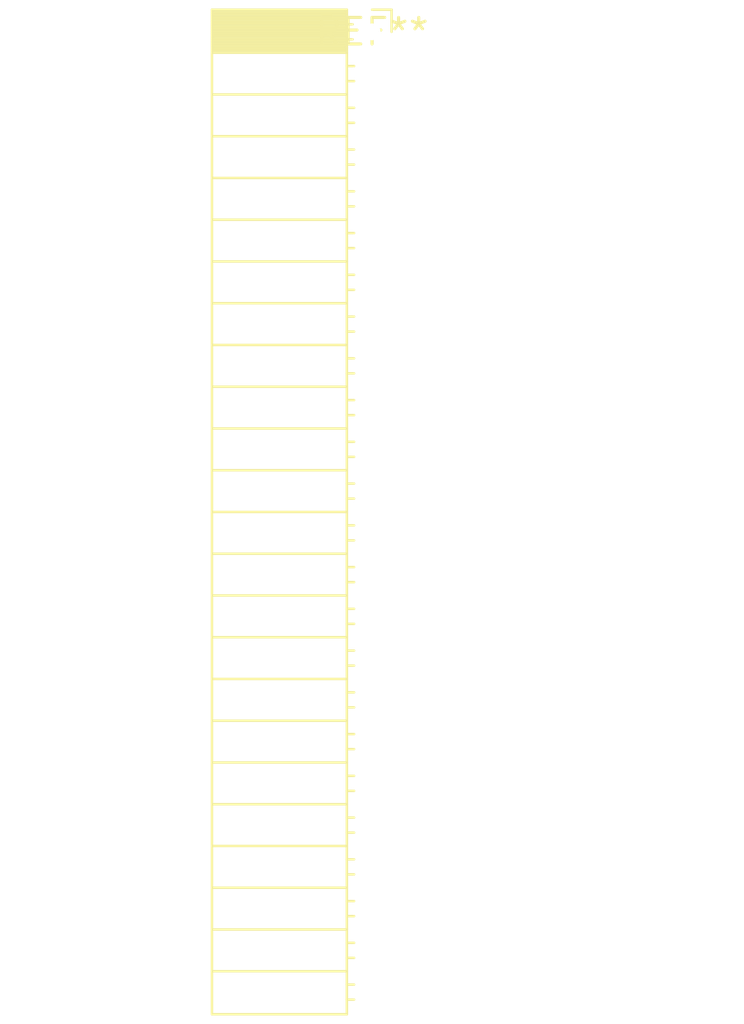
<source format=kicad_pcb>
(kicad_pcb (version 20240108) (generator pcbnew)
  (layers (0 "F.Cu" signal) (31 "B.Cu" signal) (34 "B.Paste" user) (35 "F.Paste" user) (36 "B.SilkS" user "B.Silkscreen") (37 "F.SilkS" user "F.Silkscreen") (38 "B.Mask" user) (39 "F.Mask" user) (44 "Edge.Cuts" user))
  (net 0 "")
  (footprint "PinSocket_1x24_P2.00mm_Horizontal" (layer "F.Cu") (at 0 0)
    (property "Reference" "REF**")
    (property "Value" "PinSocket_1x24_P2.00mm_Horizontal")
    (fp_line (start -7.68 -1.06) (end -7.68 47.06) (layer "F.SilkS") (stroke (width 0.12)))
    (fp_line (start -7.68 -1.06) (end -1.21 -1.06) (layer "F.SilkS") (stroke (width 0.12)))
    (fp_line (start -7.68 -0.94) (end -1.21 -0.94) (layer "F.SilkS") (stroke (width 0.12)))
    (fp_line (start -7.68 -0.825882) (end -1.21 -0.825882) (layer "F.SilkS") (stroke (width 0.12)))
    (fp_line (start -7.68 -0.711764) (end -1.21 -0.711764) (layer "F.SilkS") (stroke (width 0.12)))
    (fp_line (start -7.68 -0.597646) (end -1.21 -0.597646) (layer "F.SilkS") (stroke (width 0.12)))
    (fp_line (start -7.68 -0.483528) (end -1.21 -0.483528) (layer "F.SilkS") (stroke (width 0.12)))
    (fp_line (start -7.68 -0.36941) (end -1.21 -0.36941) (layer "F.SilkS") (stroke (width 0.12)))
    (fp_line (start -7.68 -0.255292) (end -1.21 -0.255292) (layer "F.SilkS") (stroke (width 0.12)))
    (fp_line (start -7.68 -0.141174) (end -1.21 -0.141174) (layer "F.SilkS") (stroke (width 0.12)))
    (fp_line (start -7.68 -0.027056) (end -1.21 -0.027056) (layer "F.SilkS") (stroke (width 0.12)))
    (fp_line (start -7.68 0.087062) (end -1.21 0.087062) (layer "F.SilkS") (stroke (width 0.12)))
    (fp_line (start -7.68 0.20118) (end -1.21 0.20118) (layer "F.SilkS") (stroke (width 0.12)))
    (fp_line (start -7.68 0.315298) (end -1.21 0.315298) (layer "F.SilkS") (stroke (width 0.12)))
    (fp_line (start -7.68 0.429416) (end -1.21 0.429416) (layer "F.SilkS") (stroke (width 0.12)))
    (fp_line (start -7.68 0.543534) (end -1.21 0.543534) (layer "F.SilkS") (stroke (width 0.12)))
    (fp_line (start -7.68 0.657652) (end -1.21 0.657652) (layer "F.SilkS") (stroke (width 0.12)))
    (fp_line (start -7.68 0.77177) (end -1.21 0.77177) (layer "F.SilkS") (stroke (width 0.12)))
    (fp_line (start -7.68 0.885888) (end -1.21 0.885888) (layer "F.SilkS") (stroke (width 0.12)))
    (fp_line (start -7.68 1) (end -1.21 1) (layer "F.SilkS") (stroke (width 0.12)))
    (fp_line (start -7.68 3) (end -1.21 3) (layer "F.SilkS") (stroke (width 0.12)))
    (fp_line (start -7.68 5) (end -1.21 5) (layer "F.SilkS") (stroke (width 0.12)))
    (fp_line (start -7.68 7) (end -1.21 7) (layer "F.SilkS") (stroke (width 0.12)))
    (fp_line (start -7.68 9) (end -1.21 9) (layer "F.SilkS") (stroke (width 0.12)))
    (fp_line (start -7.68 11) (end -1.21 11) (layer "F.SilkS") (stroke (width 0.12)))
    (fp_line (start -7.68 13) (end -1.21 13) (layer "F.SilkS") (stroke (width 0.12)))
    (fp_line (start -7.68 15) (end -1.21 15) (layer "F.SilkS") (stroke (width 0.12)))
    (fp_line (start -7.68 17) (end -1.21 17) (layer "F.SilkS") (stroke (width 0.12)))
    (fp_line (start -7.68 19) (end -1.21 19) (layer "F.SilkS") (stroke (width 0.12)))
    (fp_line (start -7.68 21) (end -1.21 21) (layer "F.SilkS") (stroke (width 0.12)))
    (fp_line (start -7.68 23) (end -1.21 23) (layer "F.SilkS") (stroke (width 0.12)))
    (fp_line (start -7.68 25) (end -1.21 25) (layer "F.SilkS") (stroke (width 0.12)))
    (fp_line (start -7.68 27) (end -1.21 27) (layer "F.SilkS") (stroke (width 0.12)))
    (fp_line (start -7.68 29) (end -1.21 29) (layer "F.SilkS") (stroke (width 0.12)))
    (fp_line (start -7.68 31) (end -1.21 31) (layer "F.SilkS") (stroke (width 0.12)))
    (fp_line (start -7.68 33) (end -1.21 33) (layer "F.SilkS") (stroke (width 0.12)))
    (fp_line (start -7.68 35) (end -1.21 35) (layer "F.SilkS") (stroke (width 0.12)))
    (fp_line (start -7.68 37) (end -1.21 37) (layer "F.SilkS") (stroke (width 0.12)))
    (fp_line (start -7.68 39) (end -1.21 39) (layer "F.SilkS") (stroke (width 0.12)))
    (fp_line (start -7.68 41) (end -1.21 41) (layer "F.SilkS") (stroke (width 0.12)))
    (fp_line (start -7.68 43) (end -1.21 43) (layer "F.SilkS") (stroke (width 0.12)))
    (fp_line (start -7.68 45) (end -1.21 45) (layer "F.SilkS") (stroke (width 0.12)))
    (fp_line (start -7.68 47.06) (end -1.21 47.06) (layer "F.SilkS") (stroke (width 0.12)))
    (fp_line (start -1.21 -1.06) (end -1.21 47.06) (layer "F.SilkS") (stroke (width 0.12)))
    (fp_line (start -1.21 -0.36) (end -0.935 -0.36) (layer "F.SilkS") (stroke (width 0.12)))
    (fp_line (start -1.21 0.36) (end -0.935 0.36) (layer "F.SilkS") (stroke (width 0.12)))
    (fp_line (start -1.21 1.64) (end -0.862917 1.64) (layer "F.SilkS") (stroke (width 0.12)))
    (fp_line (start -1.21 2.36) (end -0.862917 2.36) (layer "F.SilkS") (stroke (width 0.12)))
    (fp_line (start -1.21 3.64) (end -0.862917 3.64) (layer "F.SilkS") (stroke (width 0.12)))
    (fp_line (start -1.21 4.36) (end -0.862917 4.36) (layer "F.SilkS") (stroke (width 0.12)))
    (fp_line (start -1.21 5.64) (end -0.862917 5.64) (layer "F.SilkS") (stroke (width 0.12)))
    (fp_line (start -1.21 6.36) (end -0.862917 6.36) (layer "F.SilkS") (stroke (width 0.12)))
    (fp_line (start -1.21 7.64) (end -0.862917 7.64) (layer "F.SilkS") (stroke (width 0.12)))
    (fp_line (start -1.21 8.36) (end -0.862917 8.36) (layer "F.SilkS") (stroke (width 0.12)))
    (fp_line (start -1.21 9.64) (end -0.862917 9.64) (layer "F.SilkS") (stroke (width 0.12)))
    (fp_line (start -1.21 10.36) (end -0.862917 10.36) (layer "F.SilkS") (stroke (width 0.12)))
    (fp_line (start -1.21 11.64) (end -0.862917 11.64) (layer "F.SilkS") (stroke (width 0.12)))
    (fp_line (start -1.21 12.36) (end -0.862917 12.36) (layer "F.SilkS") (stroke (width 0.12)))
    (fp_line (start -1.21 13.64) (end -0.862917 13.64) (layer "F.SilkS") (stroke (width 0.12)))
    (fp_line (start -1.21 14.36) (end -0.862917 14.36) (layer "F.SilkS") (stroke (width 0.12)))
    (fp_line (start -1.21 15.64) (end -0.862917 15.64) (layer "F.SilkS") (stroke (width 0.12)))
    (fp_line (start -1.21 16.36) (end -0.862917 16.36) (layer "F.SilkS") (stroke (width 0.12)))
    (fp_line (start -1.21 17.64) (end -0.862917 17.64) (layer "F.SilkS") (stroke (width 0.12)))
    (fp_line (start -1.21 18.36) (end -0.862917 18.36) (layer "F.SilkS") (stroke (width 0.12)))
    (fp_line (start -1.21 19.64) (end -0.862917 19.64) (layer "F.SilkS") (stroke (width 0.12)))
    (fp_line (start -1.21 20.36) (end -0.862917 20.36) (layer "F.SilkS") (stroke (width 0.12)))
    (fp_line (start -1.21 21.64) (end -0.862917 21.64) (layer "F.SilkS") (stroke (width 0.12)))
    (fp_line (start -1.21 22.36) (end -0.862917 22.36) (layer "F.SilkS") (stroke (width 0.12)))
    (fp_line (start -1.21 23.64) (end -0.862917 23.64) (layer "F.SilkS") (stroke (width 0.12)))
    (fp_line (start -1.21 24.36) (end -0.862917 24.36) (layer "F.SilkS") (stroke (width 0.12)))
    (fp_line (start -1.21 25.64) (end -0.862917 25.64) (layer "F.SilkS") (stroke (width 0.12)))
    (fp_line (start -1.21 26.36) (end -0.862917 26.36) (layer "F.SilkS") (stroke (width 0.12)))
    (fp_line (start -1.21 27.64) (end -0.862917 27.64) (layer "F.SilkS") (stroke (width 0.12)))
    (fp_line (start -1.21 28.36) (end -0.862917 28.36) (layer "F.SilkS") (stroke (width 0.12)))
    (fp_line (start -1.21 29.64) (end -0.862917 29.64) (layer "F.SilkS") (stroke (width 0.12)))
    (fp_line (start -1.21 30.36) (end -0.862917 30.36) (layer "F.SilkS") (stroke (width 0.12)))
    (fp_line (start -1.21 31.64) (end -0.862917 31.64) (layer "F.SilkS") (stroke (width 0.12)))
    (fp_line (start -1.21 32.36) (end -0.862917 32.36) (layer "F.SilkS") (stroke (width 0.12)))
    (fp_line (start -1.21 33.64) (end -0.862917 33.64) (layer "F.SilkS") (stroke (width 0.12)))
    (fp_line (start -1.21 34.36) (end -0.862917 34.36) (layer "F.SilkS") (stroke (width 0.12)))
    (fp_line (start -1.21 35.64) (end -0.862917 35.64) (layer "F.SilkS") (stroke (width 0.12)))
    (fp_line (start -1.21 36.36) (end -0.862917 36.36) (layer "F.SilkS") (stroke (width 0.12)))
    (fp_line (start -1.21 37.64) (end -0.862917 37.64) (layer "F.SilkS") (stroke (width 0.12)))
    (fp_line (start -1.21 38.36) (end -0.862917 38.36) (layer "F.SilkS") (stroke (width 0.12)))
    (fp_line (start -1.21 39.64) (end -0.862917 39.64) (layer "F.SilkS") (stroke (width 0.12)))
    (fp_line (start -1.21 40.36) (end -0.862917 40.36) (layer "F.SilkS") (stroke (width 0.12)))
    (fp_line (start -1.21 41.64) (end -0.862917 41.64) (layer "F.SilkS") (stroke (width 0.12)))
    (fp_line (start -1.21 42.36) (end -0.862917 42.36) (layer "F.SilkS") (stroke (width 0.12)))
    (fp_line (start -1.21 43.64) (end -0.862917 43.64) (layer "F.SilkS") (stroke (width 0.12)))
    (fp_line (start -1.21 44.36) (end -0.862917 44.36) (layer "F.SilkS") (stroke (width 0.12)))
    (fp_line (start -1.21 45.64) (end -0.862917 45.64) (layer "F.SilkS") (stroke (width 0.12)))
    (fp_line (start -1.21 46.36) (end -0.862917 46.36) (layer "F.SilkS") (stroke (width 0.12)))
    (fp_line (start 0 -1.06) (end 0.935 -1.06) (layer "F.SilkS") (stroke (width 0.12)))
    (fp_line (start 0.935 -1.06) (end 0.935 0) (layer "F.SilkS") (stroke (width 0.12)))
    (pad "1" thru_hole rect (at 0 0) (size 1.35 1.35) (drill 0.8) (layers *.Cu *.Mask) (remove_unused_layers))
    (pad "2" thru_hole oval (at 0 2) (size 1.35 1.35) (drill 0.8) (layers *.Cu *.Mask) (remove_unused_layers))
    (pad "3" thru_hole oval (at 0 4) (size 1.35 1.35) (drill 0.8) (layers *.Cu *.Mask) (remove_unused_layers))
    (pad "4" thru_hole oval (at 0 6) (size 1.35 1.35) (drill 0.8) (layers *.Cu *.Mask) (remove_unused_layers))
    (pad "5" thru_hole oval (at 0 8) (size 1.35 1.35) (drill 0.8) (layers *.Cu *.Mask) (remove_unused_layers))
    (pad "6" thru_hole oval (at 0 10) (size 1.35 1.35) (drill 0.8) (layers *.Cu *.Mask) (remove_unused_layers))
    (pad "7" thru_hole oval (at 0 12) (size 1.35 1.35) (drill 0.8) (layers *.Cu *.Mask) (remove_unused_layers))
    (pad "8" thru_hole oval (at 0 14) (size 1.35 1.35) (drill 0.8) (layers *.Cu *.Mask) (remove_unused_layers))
    (pad "9" thru_hole oval (at 0 16) (size 1.35 1.35) (drill 0.8) (layers *.Cu *.Mask) (remove_unused_layers))
    (pad "10" thru_hole oval (at 0 18) (size 1.35 1.35) (drill 0.8) (layers *.Cu *.Mask) (remove_unused_layers))
    (pad "11" thru_hole oval (at 0 20) (size 1.35 1.35) (drill 0.8) (layers *.Cu *.Mask) (remove_unused_layers))
    (pad "12" thru_hole oval (at 0 22) (size 1.35 1.35) (drill 0.8) (layers *.Cu *.Mask) (remove_unused_layers))
    (pad "13" thru_hole oval (at 0 24) (size 1.35 1.35) (drill 0.8) (layers *.Cu *.Mask) (remove_unused_layers))
    (pad "14" thru_hole oval (at 0 26) (size 1.35 1.35) (drill 0.8) (layers *.Cu *.Mask) (remove_unused_layers))
    (pad "15" thru_hole oval (at 0 28) (size 1.35 1.35) (drill 0.8) (layers *.Cu *.Mask) (remove_unused_layers))
    (pad "16" thru_hole oval (at 0 30) (size 1.35 1.35) (drill 0.8) (layers *.Cu *.Mask) (remove_unused_layers))
    (pad "17" thru_hole oval (at 0 32) (size 1.35 1.35) (drill 0.8) (layers *.Cu *.Mask) (remove_unused_layers))
    (pad "18" thru_hole oval (at 0 34) (size 1.35 1.35) (drill 0.8) (layers *.Cu *.Mask) (remove_unused_layers))
    (pad "19" thru_hole oval (at 0 36) (size 1.35 1.35) (drill 0.8) (layers *.Cu *.Mask) (remove_unused_layers))
    (pad "20" thru_hole oval (at 0 38) (size 1.35 1.35) (drill 0.8) (layers *.Cu *.Mask) (remove_unused_layers))
    (pad "21" thru_hole oval (at 0 40) (size 1.35 1.35) (drill 0.8) (layers *.Cu *.Mask) (remove_unused_layers))
    (pad "22" thru_hole oval (at 0 42) (size 1.35 1.35) (drill 0.8) (layers *.Cu *.Mask) (remove_unused_layers))
    (pad "23" thru_hole oval (at 0 44) (size 1.35 1.35) (drill 0.8) (layers *.Cu *.Mask) (remove_unused_layers))
    (pad "24" thru_hole oval (at 0 46) (size 1.35 1.35) (drill 0.8) (layers *.Cu *.Mask) (remove_unused_layers))
  )
)
</source>
